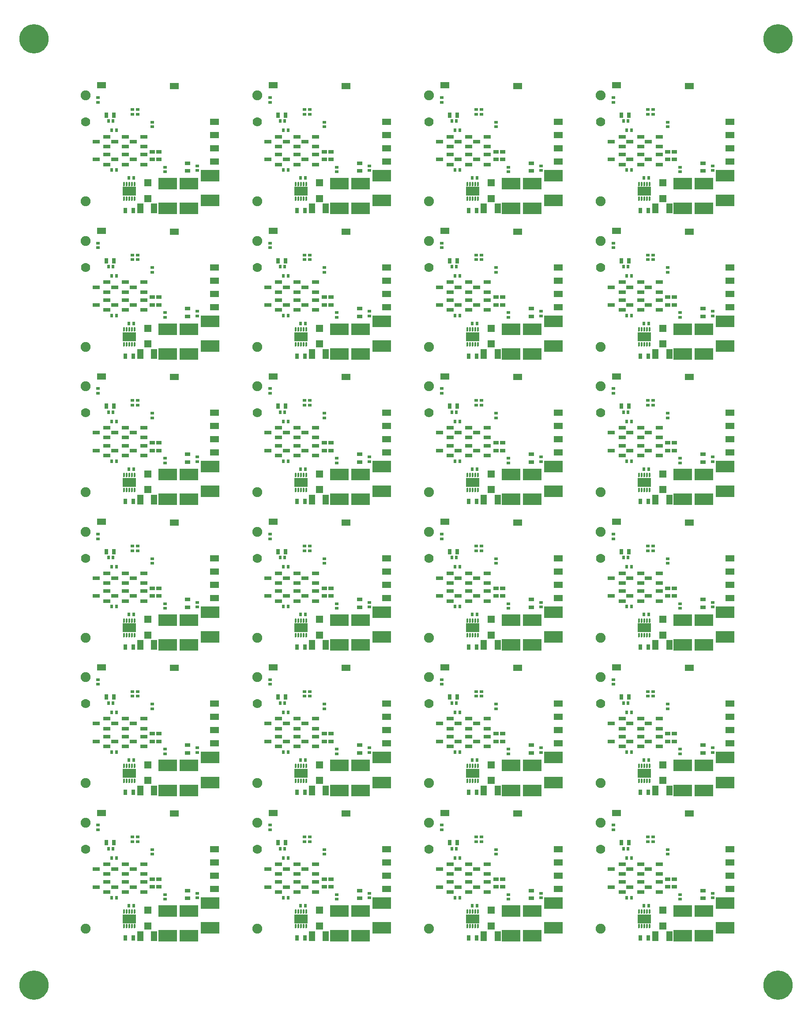
<source format=gbs>
G04 Layer_Color=16711935*
%FSLAX24Y24*%
%MOIN*%
G70*
G01*
G75*
%ADD56R,0.0296X0.0217*%
%ADD57R,0.0572X0.0296*%
%ADD58R,0.0257X0.0414*%
%ADD64R,0.0217X0.0296*%
%ADD65R,0.0414X0.0257*%
%ADD70C,0.2210*%
%ADD71C,0.0060*%
%ADD72C,0.0750*%
%ADD73C,0.0700*%
%ADD74R,0.0710X0.0460*%
%ADD75R,0.1399X0.0906*%
%ADD76R,0.0493X0.0729*%
%ADD77R,0.0572X0.0572*%
%ADD78R,0.0997X0.0710*%
%ADD79O,0.0158X0.0336*%
D56*
X14624Y11551D02*
D03*
Y11197D02*
D03*
X17074Y11297D02*
D03*
Y11651D02*
D03*
X13674Y14597D02*
D03*
Y14951D02*
D03*
X12174Y15901D02*
D03*
Y15547D02*
D03*
X12574D02*
D03*
Y15901D02*
D03*
X9574Y16801D02*
D03*
Y16447D02*
D03*
X27593Y11551D02*
D03*
Y11197D02*
D03*
X30043Y11297D02*
D03*
Y11651D02*
D03*
X26643Y14597D02*
D03*
Y14951D02*
D03*
X25143Y15901D02*
D03*
Y15547D02*
D03*
X25543D02*
D03*
Y15901D02*
D03*
X22543Y16801D02*
D03*
Y16447D02*
D03*
X40561Y11551D02*
D03*
Y11197D02*
D03*
X43011Y11297D02*
D03*
Y11651D02*
D03*
X39611Y14597D02*
D03*
Y14951D02*
D03*
X38111Y15901D02*
D03*
Y15547D02*
D03*
X38511D02*
D03*
Y15901D02*
D03*
X35511Y16801D02*
D03*
Y16447D02*
D03*
X53530Y11551D02*
D03*
Y11197D02*
D03*
X55980Y11297D02*
D03*
Y11651D02*
D03*
X52580Y14597D02*
D03*
Y14951D02*
D03*
X51080Y15901D02*
D03*
Y15547D02*
D03*
X51480D02*
D03*
Y15901D02*
D03*
X48480Y16801D02*
D03*
Y16447D02*
D03*
X14624Y22539D02*
D03*
Y22184D02*
D03*
X17074Y22284D02*
D03*
Y22639D02*
D03*
X13674Y25584D02*
D03*
Y25939D02*
D03*
X12174Y26889D02*
D03*
Y26534D02*
D03*
X12574D02*
D03*
Y26889D02*
D03*
X9574Y27789D02*
D03*
Y27434D02*
D03*
X27593Y22539D02*
D03*
Y22184D02*
D03*
X30043Y22284D02*
D03*
Y22639D02*
D03*
X26643Y25584D02*
D03*
Y25939D02*
D03*
X25143Y26889D02*
D03*
Y26534D02*
D03*
X25543D02*
D03*
Y26889D02*
D03*
X22543Y27789D02*
D03*
Y27434D02*
D03*
X40561Y22539D02*
D03*
Y22184D02*
D03*
X43011Y22284D02*
D03*
Y22639D02*
D03*
X39611Y25584D02*
D03*
Y25939D02*
D03*
X38111Y26889D02*
D03*
Y26534D02*
D03*
X38511D02*
D03*
Y26889D02*
D03*
X35511Y27789D02*
D03*
Y27434D02*
D03*
X53530Y22539D02*
D03*
Y22184D02*
D03*
X55980Y22284D02*
D03*
Y22639D02*
D03*
X52580Y25584D02*
D03*
Y25939D02*
D03*
X51080Y26889D02*
D03*
Y26534D02*
D03*
X51480D02*
D03*
Y26889D02*
D03*
X48480Y27789D02*
D03*
Y27434D02*
D03*
X14624Y33526D02*
D03*
Y33172D02*
D03*
X17074Y33272D02*
D03*
Y33626D02*
D03*
X13674Y36572D02*
D03*
Y36926D02*
D03*
X12174Y37876D02*
D03*
Y37522D02*
D03*
X12574D02*
D03*
Y37876D02*
D03*
X9574Y38776D02*
D03*
Y38422D02*
D03*
X27593Y33526D02*
D03*
Y33172D02*
D03*
X30043Y33272D02*
D03*
Y33626D02*
D03*
X26643Y36572D02*
D03*
Y36926D02*
D03*
X25143Y37876D02*
D03*
Y37522D02*
D03*
X25543D02*
D03*
Y37876D02*
D03*
X22543Y38776D02*
D03*
Y38422D02*
D03*
X40561Y33526D02*
D03*
Y33172D02*
D03*
X43011Y33272D02*
D03*
Y33626D02*
D03*
X39611Y36572D02*
D03*
Y36926D02*
D03*
X38111Y37876D02*
D03*
Y37522D02*
D03*
X38511D02*
D03*
Y37876D02*
D03*
X35511Y38776D02*
D03*
Y38422D02*
D03*
X53530Y33526D02*
D03*
Y33172D02*
D03*
X55980Y33272D02*
D03*
Y33626D02*
D03*
X52580Y36572D02*
D03*
Y36926D02*
D03*
X51080Y37876D02*
D03*
Y37522D02*
D03*
X51480D02*
D03*
Y37876D02*
D03*
X48480Y38776D02*
D03*
Y38422D02*
D03*
X14624Y44513D02*
D03*
Y44159D02*
D03*
X17074Y44259D02*
D03*
Y44613D02*
D03*
X13674Y47559D02*
D03*
Y47913D02*
D03*
X12174Y48863D02*
D03*
Y48509D02*
D03*
X12574D02*
D03*
Y48863D02*
D03*
X9574Y49763D02*
D03*
Y49409D02*
D03*
X27593Y44513D02*
D03*
Y44159D02*
D03*
X30043Y44259D02*
D03*
Y44613D02*
D03*
X26643Y47559D02*
D03*
Y47913D02*
D03*
X25143Y48863D02*
D03*
Y48509D02*
D03*
X25543D02*
D03*
Y48863D02*
D03*
X22543Y49763D02*
D03*
Y49409D02*
D03*
X40561Y44513D02*
D03*
Y44159D02*
D03*
X43011Y44259D02*
D03*
Y44613D02*
D03*
X39611Y47559D02*
D03*
Y47913D02*
D03*
X38111Y48863D02*
D03*
Y48509D02*
D03*
X38511D02*
D03*
Y48863D02*
D03*
X35511Y49763D02*
D03*
Y49409D02*
D03*
X53530Y44513D02*
D03*
Y44159D02*
D03*
X55980Y44259D02*
D03*
Y44613D02*
D03*
X52580Y47559D02*
D03*
Y47913D02*
D03*
X51080Y48863D02*
D03*
Y48509D02*
D03*
X51480D02*
D03*
Y48863D02*
D03*
X48480Y49763D02*
D03*
Y49409D02*
D03*
X14624Y55501D02*
D03*
Y55146D02*
D03*
X17074Y55246D02*
D03*
Y55601D02*
D03*
X13674Y58546D02*
D03*
Y58901D02*
D03*
X12174Y59851D02*
D03*
Y59496D02*
D03*
X12574D02*
D03*
Y59851D02*
D03*
X9574Y60751D02*
D03*
Y60396D02*
D03*
X27593Y55501D02*
D03*
Y55146D02*
D03*
X30043Y55246D02*
D03*
Y55601D02*
D03*
X26643Y58546D02*
D03*
Y58901D02*
D03*
X25143Y59851D02*
D03*
Y59496D02*
D03*
X25543D02*
D03*
Y59851D02*
D03*
X22543Y60751D02*
D03*
Y60396D02*
D03*
X40561Y55501D02*
D03*
Y55146D02*
D03*
X43011Y55246D02*
D03*
Y55601D02*
D03*
X39611Y58546D02*
D03*
Y58901D02*
D03*
X38111Y59851D02*
D03*
Y59496D02*
D03*
X38511D02*
D03*
Y59851D02*
D03*
X35511Y60751D02*
D03*
Y60396D02*
D03*
X53530Y55501D02*
D03*
Y55146D02*
D03*
X55980Y55246D02*
D03*
Y55601D02*
D03*
X52580Y58546D02*
D03*
Y58901D02*
D03*
X51080Y59851D02*
D03*
Y59496D02*
D03*
X51480D02*
D03*
Y59851D02*
D03*
X48480Y60751D02*
D03*
Y60396D02*
D03*
X14624Y66488D02*
D03*
Y66134D02*
D03*
X17074Y66234D02*
D03*
Y66588D02*
D03*
X13674Y69534D02*
D03*
Y69888D02*
D03*
X12174Y70838D02*
D03*
Y70484D02*
D03*
X12574D02*
D03*
Y70838D02*
D03*
X9574Y71738D02*
D03*
Y71384D02*
D03*
X27593Y66488D02*
D03*
Y66134D02*
D03*
X30043Y66234D02*
D03*
Y66588D02*
D03*
X26643Y69534D02*
D03*
Y69888D02*
D03*
X25143Y70838D02*
D03*
Y70484D02*
D03*
X25543D02*
D03*
Y70838D02*
D03*
X22543Y71738D02*
D03*
Y71384D02*
D03*
X40561Y66488D02*
D03*
Y66134D02*
D03*
X43011Y66234D02*
D03*
Y66588D02*
D03*
X39611Y69534D02*
D03*
Y69888D02*
D03*
X38111Y70838D02*
D03*
Y70484D02*
D03*
X38511D02*
D03*
Y70838D02*
D03*
X35511Y71738D02*
D03*
Y71384D02*
D03*
X53530Y66488D02*
D03*
Y66134D02*
D03*
X55980Y66234D02*
D03*
Y66588D02*
D03*
X52580Y69534D02*
D03*
Y69888D02*
D03*
X51080Y70838D02*
D03*
Y70484D02*
D03*
X51480D02*
D03*
Y70838D02*
D03*
X48480Y71738D02*
D03*
Y71384D02*
D03*
D57*
X10237Y12498D02*
D03*
Y11750D02*
D03*
X9411Y12124D02*
D03*
X10237Y13848D02*
D03*
Y13100D02*
D03*
X9411Y13474D02*
D03*
X11637Y13848D02*
D03*
Y13100D02*
D03*
X10811Y13474D02*
D03*
X11637Y12498D02*
D03*
Y11750D02*
D03*
X10811Y12124D02*
D03*
X13037Y13848D02*
D03*
Y13100D02*
D03*
X12211Y13474D02*
D03*
X13037Y12498D02*
D03*
Y11750D02*
D03*
X12211Y12124D02*
D03*
X23206Y12498D02*
D03*
Y11750D02*
D03*
X22379Y12124D02*
D03*
X23206Y13848D02*
D03*
Y13100D02*
D03*
X22379Y13474D02*
D03*
X24606Y13848D02*
D03*
Y13100D02*
D03*
X23779Y13474D02*
D03*
X24606Y12498D02*
D03*
Y11750D02*
D03*
X23779Y12124D02*
D03*
X26006Y13848D02*
D03*
Y13100D02*
D03*
X25179Y13474D02*
D03*
X26006Y12498D02*
D03*
Y11750D02*
D03*
X25179Y12124D02*
D03*
X36174Y12498D02*
D03*
Y11750D02*
D03*
X35348Y12124D02*
D03*
X36174Y13848D02*
D03*
Y13100D02*
D03*
X35348Y13474D02*
D03*
X37574Y13848D02*
D03*
Y13100D02*
D03*
X36748Y13474D02*
D03*
X37574Y12498D02*
D03*
Y11750D02*
D03*
X36748Y12124D02*
D03*
X38974Y13848D02*
D03*
Y13100D02*
D03*
X38148Y13474D02*
D03*
X38974Y12498D02*
D03*
Y11750D02*
D03*
X38148Y12124D02*
D03*
X49143Y12498D02*
D03*
Y11750D02*
D03*
X48316Y12124D02*
D03*
X49143Y13848D02*
D03*
Y13100D02*
D03*
X48316Y13474D02*
D03*
X50543Y13848D02*
D03*
Y13100D02*
D03*
X49716Y13474D02*
D03*
X50543Y12498D02*
D03*
Y11750D02*
D03*
X49716Y12124D02*
D03*
X51943Y13848D02*
D03*
Y13100D02*
D03*
X51116Y13474D02*
D03*
X51943Y12498D02*
D03*
Y11750D02*
D03*
X51116Y12124D02*
D03*
X10237Y23485D02*
D03*
Y22737D02*
D03*
X9411Y23111D02*
D03*
X10237Y24835D02*
D03*
Y24087D02*
D03*
X9411Y24461D02*
D03*
X11637Y24835D02*
D03*
Y24087D02*
D03*
X10811Y24461D02*
D03*
X11637Y23485D02*
D03*
Y22737D02*
D03*
X10811Y23111D02*
D03*
X13037Y24835D02*
D03*
Y24087D02*
D03*
X12211Y24461D02*
D03*
X13037Y23485D02*
D03*
Y22737D02*
D03*
X12211Y23111D02*
D03*
X23206Y23485D02*
D03*
Y22737D02*
D03*
X22379Y23111D02*
D03*
X23206Y24835D02*
D03*
Y24087D02*
D03*
X22379Y24461D02*
D03*
X24606Y24835D02*
D03*
Y24087D02*
D03*
X23779Y24461D02*
D03*
X24606Y23485D02*
D03*
Y22737D02*
D03*
X23779Y23111D02*
D03*
X26006Y24835D02*
D03*
Y24087D02*
D03*
X25179Y24461D02*
D03*
X26006Y23485D02*
D03*
Y22737D02*
D03*
X25179Y23111D02*
D03*
X36174Y23485D02*
D03*
Y22737D02*
D03*
X35348Y23111D02*
D03*
X36174Y24835D02*
D03*
Y24087D02*
D03*
X35348Y24461D02*
D03*
X37574Y24835D02*
D03*
Y24087D02*
D03*
X36748Y24461D02*
D03*
X37574Y23485D02*
D03*
Y22737D02*
D03*
X36748Y23111D02*
D03*
X38974Y24835D02*
D03*
Y24087D02*
D03*
X38148Y24461D02*
D03*
X38974Y23485D02*
D03*
Y22737D02*
D03*
X38148Y23111D02*
D03*
X49143Y23485D02*
D03*
Y22737D02*
D03*
X48316Y23111D02*
D03*
X49143Y24835D02*
D03*
Y24087D02*
D03*
X48316Y24461D02*
D03*
X50543Y24835D02*
D03*
Y24087D02*
D03*
X49716Y24461D02*
D03*
X50543Y23485D02*
D03*
Y22737D02*
D03*
X49716Y23111D02*
D03*
X51943Y24835D02*
D03*
Y24087D02*
D03*
X51116Y24461D02*
D03*
X51943Y23485D02*
D03*
Y22737D02*
D03*
X51116Y23111D02*
D03*
X10237Y34473D02*
D03*
Y33725D02*
D03*
X9411Y34099D02*
D03*
X10237Y35823D02*
D03*
Y35075D02*
D03*
X9411Y35449D02*
D03*
X11637Y35823D02*
D03*
Y35075D02*
D03*
X10811Y35449D02*
D03*
X11637Y34473D02*
D03*
Y33725D02*
D03*
X10811Y34099D02*
D03*
X13037Y35823D02*
D03*
Y35075D02*
D03*
X12211Y35449D02*
D03*
X13037Y34473D02*
D03*
Y33725D02*
D03*
X12211Y34099D02*
D03*
X23206Y34473D02*
D03*
Y33725D02*
D03*
X22379Y34099D02*
D03*
X23206Y35823D02*
D03*
Y35075D02*
D03*
X22379Y35449D02*
D03*
X24606Y35823D02*
D03*
Y35075D02*
D03*
X23779Y35449D02*
D03*
X24606Y34473D02*
D03*
Y33725D02*
D03*
X23779Y34099D02*
D03*
X26006Y35823D02*
D03*
Y35075D02*
D03*
X25179Y35449D02*
D03*
X26006Y34473D02*
D03*
Y33725D02*
D03*
X25179Y34099D02*
D03*
X36174Y34473D02*
D03*
Y33725D02*
D03*
X35348Y34099D02*
D03*
X36174Y35823D02*
D03*
Y35075D02*
D03*
X35348Y35449D02*
D03*
X37574Y35823D02*
D03*
Y35075D02*
D03*
X36748Y35449D02*
D03*
X37574Y34473D02*
D03*
Y33725D02*
D03*
X36748Y34099D02*
D03*
X38974Y35823D02*
D03*
Y35075D02*
D03*
X38148Y35449D02*
D03*
X38974Y34473D02*
D03*
Y33725D02*
D03*
X38148Y34099D02*
D03*
X49143Y34473D02*
D03*
Y33725D02*
D03*
X48316Y34099D02*
D03*
X49143Y35823D02*
D03*
Y35075D02*
D03*
X48316Y35449D02*
D03*
X50543Y35823D02*
D03*
Y35075D02*
D03*
X49716Y35449D02*
D03*
X50543Y34473D02*
D03*
Y33725D02*
D03*
X49716Y34099D02*
D03*
X51943Y35823D02*
D03*
Y35075D02*
D03*
X51116Y35449D02*
D03*
X51943Y34473D02*
D03*
Y33725D02*
D03*
X51116Y34099D02*
D03*
X10237Y45460D02*
D03*
Y44712D02*
D03*
X9411Y45086D02*
D03*
X10237Y46810D02*
D03*
Y46062D02*
D03*
X9411Y46436D02*
D03*
X11637Y46810D02*
D03*
Y46062D02*
D03*
X10811Y46436D02*
D03*
X11637Y45460D02*
D03*
Y44712D02*
D03*
X10811Y45086D02*
D03*
X13037Y46810D02*
D03*
Y46062D02*
D03*
X12211Y46436D02*
D03*
X13037Y45460D02*
D03*
Y44712D02*
D03*
X12211Y45086D02*
D03*
X23206Y45460D02*
D03*
Y44712D02*
D03*
X22379Y45086D02*
D03*
X23206Y46810D02*
D03*
Y46062D02*
D03*
X22379Y46436D02*
D03*
X24606Y46810D02*
D03*
Y46062D02*
D03*
X23779Y46436D02*
D03*
X24606Y45460D02*
D03*
Y44712D02*
D03*
X23779Y45086D02*
D03*
X26006Y46810D02*
D03*
Y46062D02*
D03*
X25179Y46436D02*
D03*
X26006Y45460D02*
D03*
Y44712D02*
D03*
X25179Y45086D02*
D03*
X36174Y45460D02*
D03*
Y44712D02*
D03*
X35348Y45086D02*
D03*
X36174Y46810D02*
D03*
Y46062D02*
D03*
X35348Y46436D02*
D03*
X37574Y46810D02*
D03*
Y46062D02*
D03*
X36748Y46436D02*
D03*
X37574Y45460D02*
D03*
Y44712D02*
D03*
X36748Y45086D02*
D03*
X38974Y46810D02*
D03*
Y46062D02*
D03*
X38148Y46436D02*
D03*
X38974Y45460D02*
D03*
Y44712D02*
D03*
X38148Y45086D02*
D03*
X49143Y45460D02*
D03*
Y44712D02*
D03*
X48316Y45086D02*
D03*
X49143Y46810D02*
D03*
Y46062D02*
D03*
X48316Y46436D02*
D03*
X50543Y46810D02*
D03*
Y46062D02*
D03*
X49716Y46436D02*
D03*
X50543Y45460D02*
D03*
Y44712D02*
D03*
X49716Y45086D02*
D03*
X51943Y46810D02*
D03*
Y46062D02*
D03*
X51116Y46436D02*
D03*
X51943Y45460D02*
D03*
Y44712D02*
D03*
X51116Y45086D02*
D03*
X10237Y56448D02*
D03*
Y55700D02*
D03*
X9411Y56074D02*
D03*
X10237Y57798D02*
D03*
Y57050D02*
D03*
X9411Y57424D02*
D03*
X11637Y57798D02*
D03*
Y57050D02*
D03*
X10811Y57424D02*
D03*
X11637Y56448D02*
D03*
Y55700D02*
D03*
X10811Y56074D02*
D03*
X13037Y57798D02*
D03*
Y57050D02*
D03*
X12211Y57424D02*
D03*
X13037Y56448D02*
D03*
Y55700D02*
D03*
X12211Y56074D02*
D03*
X23206Y56448D02*
D03*
Y55700D02*
D03*
X22379Y56074D02*
D03*
X23206Y57798D02*
D03*
Y57050D02*
D03*
X22379Y57424D02*
D03*
X24606Y57798D02*
D03*
Y57050D02*
D03*
X23779Y57424D02*
D03*
X24606Y56448D02*
D03*
Y55700D02*
D03*
X23779Y56074D02*
D03*
X26006Y57798D02*
D03*
Y57050D02*
D03*
X25179Y57424D02*
D03*
X26006Y56448D02*
D03*
Y55700D02*
D03*
X25179Y56074D02*
D03*
X36174Y56448D02*
D03*
Y55700D02*
D03*
X35348Y56074D02*
D03*
X36174Y57798D02*
D03*
Y57050D02*
D03*
X35348Y57424D02*
D03*
X37574Y57798D02*
D03*
Y57050D02*
D03*
X36748Y57424D02*
D03*
X37574Y56448D02*
D03*
Y55700D02*
D03*
X36748Y56074D02*
D03*
X38974Y57798D02*
D03*
Y57050D02*
D03*
X38148Y57424D02*
D03*
X38974Y56448D02*
D03*
Y55700D02*
D03*
X38148Y56074D02*
D03*
X49143Y56448D02*
D03*
Y55700D02*
D03*
X48316Y56074D02*
D03*
X49143Y57798D02*
D03*
Y57050D02*
D03*
X48316Y57424D02*
D03*
X50543Y57798D02*
D03*
Y57050D02*
D03*
X49716Y57424D02*
D03*
X50543Y56448D02*
D03*
Y55700D02*
D03*
X49716Y56074D02*
D03*
X51943Y57798D02*
D03*
Y57050D02*
D03*
X51116Y57424D02*
D03*
X51943Y56448D02*
D03*
Y55700D02*
D03*
X51116Y56074D02*
D03*
X10237Y67435D02*
D03*
Y66687D02*
D03*
X9411Y67061D02*
D03*
X10237Y68785D02*
D03*
Y68037D02*
D03*
X9411Y68411D02*
D03*
X11637Y68785D02*
D03*
Y68037D02*
D03*
X10811Y68411D02*
D03*
X11637Y67435D02*
D03*
Y66687D02*
D03*
X10811Y67061D02*
D03*
X13037Y68785D02*
D03*
Y68037D02*
D03*
X12211Y68411D02*
D03*
X13037Y67435D02*
D03*
Y66687D02*
D03*
X12211Y67061D02*
D03*
X23206Y67435D02*
D03*
Y66687D02*
D03*
X22379Y67061D02*
D03*
X23206Y68785D02*
D03*
Y68037D02*
D03*
X22379Y68411D02*
D03*
X24606Y68785D02*
D03*
Y68037D02*
D03*
X23779Y68411D02*
D03*
X24606Y67435D02*
D03*
Y66687D02*
D03*
X23779Y67061D02*
D03*
X26006Y68785D02*
D03*
Y68037D02*
D03*
X25179Y68411D02*
D03*
X26006Y67435D02*
D03*
Y66687D02*
D03*
X25179Y67061D02*
D03*
X36174Y67435D02*
D03*
Y66687D02*
D03*
X35348Y67061D02*
D03*
X36174Y68785D02*
D03*
Y68037D02*
D03*
X35348Y68411D02*
D03*
X37574Y68785D02*
D03*
Y68037D02*
D03*
X36748Y68411D02*
D03*
X37574Y67435D02*
D03*
Y66687D02*
D03*
X36748Y67061D02*
D03*
X38974Y68785D02*
D03*
Y68037D02*
D03*
X38148Y68411D02*
D03*
X38974Y67435D02*
D03*
Y66687D02*
D03*
X38148Y67061D02*
D03*
X49143Y67435D02*
D03*
Y66687D02*
D03*
X48316Y67061D02*
D03*
X49143Y68785D02*
D03*
Y68037D02*
D03*
X48316Y68411D02*
D03*
X50543Y68785D02*
D03*
Y68037D02*
D03*
X49716Y68411D02*
D03*
X50543Y67435D02*
D03*
Y66687D02*
D03*
X49716Y67061D02*
D03*
X51943Y68785D02*
D03*
Y68037D02*
D03*
X51116Y68411D02*
D03*
X51943Y67435D02*
D03*
Y66687D02*
D03*
X51116Y67061D02*
D03*
D58*
X10179Y15474D02*
D03*
X10769D02*
D03*
X11629Y8274D02*
D03*
X12219D02*
D03*
X23147Y15474D02*
D03*
X23738D02*
D03*
X24597Y8274D02*
D03*
X25188D02*
D03*
X36116Y15474D02*
D03*
X36706D02*
D03*
X37566Y8274D02*
D03*
X38156D02*
D03*
X49084Y15474D02*
D03*
X49675D02*
D03*
X50534Y8274D02*
D03*
X51125D02*
D03*
X10179Y26461D02*
D03*
X10769D02*
D03*
X11629Y19261D02*
D03*
X12219D02*
D03*
X23147Y26461D02*
D03*
X23738D02*
D03*
X24597Y19261D02*
D03*
X25188D02*
D03*
X36116Y26461D02*
D03*
X36706D02*
D03*
X37566Y19261D02*
D03*
X38156D02*
D03*
X49084Y26461D02*
D03*
X49675D02*
D03*
X50534Y19261D02*
D03*
X51125D02*
D03*
X10179Y37449D02*
D03*
X10769D02*
D03*
X11629Y30249D02*
D03*
X12219D02*
D03*
X23147Y37449D02*
D03*
X23738D02*
D03*
X24597Y30249D02*
D03*
X25188D02*
D03*
X36116Y37449D02*
D03*
X36706D02*
D03*
X37566Y30249D02*
D03*
X38156D02*
D03*
X49084Y37449D02*
D03*
X49675D02*
D03*
X50534Y30249D02*
D03*
X51125D02*
D03*
X10179Y48436D02*
D03*
X10769D02*
D03*
X11629Y41236D02*
D03*
X12219D02*
D03*
X23147Y48436D02*
D03*
X23738D02*
D03*
X24597Y41236D02*
D03*
X25188D02*
D03*
X36116Y48436D02*
D03*
X36706D02*
D03*
X37566Y41236D02*
D03*
X38156D02*
D03*
X49084Y48436D02*
D03*
X49675D02*
D03*
X50534Y41236D02*
D03*
X51125D02*
D03*
X10179Y59424D02*
D03*
X10769D02*
D03*
X11629Y52224D02*
D03*
X12219D02*
D03*
X23147Y59424D02*
D03*
X23738D02*
D03*
X24597Y52224D02*
D03*
X25188D02*
D03*
X36116Y59424D02*
D03*
X36706D02*
D03*
X37566Y52224D02*
D03*
X38156D02*
D03*
X49084Y59424D02*
D03*
X49675D02*
D03*
X50534Y52224D02*
D03*
X51125D02*
D03*
X10179Y70411D02*
D03*
X10769D02*
D03*
X11629Y63211D02*
D03*
X12219D02*
D03*
X23147Y70411D02*
D03*
X23738D02*
D03*
X24597Y63211D02*
D03*
X25188D02*
D03*
X36116Y70411D02*
D03*
X36706D02*
D03*
X37566Y63211D02*
D03*
X38156D02*
D03*
X49084Y70411D02*
D03*
X49675D02*
D03*
X50534Y63211D02*
D03*
X51125D02*
D03*
D64*
X12251Y10724D02*
D03*
X11897D02*
D03*
X10701Y15024D02*
D03*
X10347D02*
D03*
X10951Y11324D02*
D03*
X10597D02*
D03*
Y14324D02*
D03*
X10951D02*
D03*
X25220Y10724D02*
D03*
X24865D02*
D03*
X23670Y15024D02*
D03*
X23315D02*
D03*
X23920Y11324D02*
D03*
X23565D02*
D03*
Y14324D02*
D03*
X23920D02*
D03*
X38188Y10724D02*
D03*
X37834D02*
D03*
X36638Y15024D02*
D03*
X36284D02*
D03*
X36888Y11324D02*
D03*
X36534D02*
D03*
Y14324D02*
D03*
X36888D02*
D03*
X51157Y10724D02*
D03*
X50802D02*
D03*
X49607Y15024D02*
D03*
X49252D02*
D03*
X49857Y11324D02*
D03*
X49502D02*
D03*
Y14324D02*
D03*
X49857D02*
D03*
X12251Y21711D02*
D03*
X11897D02*
D03*
X10701Y26011D02*
D03*
X10347D02*
D03*
X10951Y22311D02*
D03*
X10597D02*
D03*
Y25311D02*
D03*
X10951D02*
D03*
X25220Y21711D02*
D03*
X24865D02*
D03*
X23670Y26011D02*
D03*
X23315D02*
D03*
X23920Y22311D02*
D03*
X23565D02*
D03*
Y25311D02*
D03*
X23920D02*
D03*
X38188Y21711D02*
D03*
X37834D02*
D03*
X36638Y26011D02*
D03*
X36284D02*
D03*
X36888Y22311D02*
D03*
X36534D02*
D03*
Y25311D02*
D03*
X36888D02*
D03*
X51157Y21711D02*
D03*
X50802D02*
D03*
X49607Y26011D02*
D03*
X49252D02*
D03*
X49857Y22311D02*
D03*
X49502D02*
D03*
Y25311D02*
D03*
X49857D02*
D03*
X12251Y32699D02*
D03*
X11897D02*
D03*
X10701Y36999D02*
D03*
X10347D02*
D03*
X10951Y33299D02*
D03*
X10597D02*
D03*
Y36299D02*
D03*
X10951D02*
D03*
X25220Y32699D02*
D03*
X24865D02*
D03*
X23670Y36999D02*
D03*
X23315D02*
D03*
X23920Y33299D02*
D03*
X23565D02*
D03*
Y36299D02*
D03*
X23920D02*
D03*
X38188Y32699D02*
D03*
X37834D02*
D03*
X36638Y36999D02*
D03*
X36284D02*
D03*
X36888Y33299D02*
D03*
X36534D02*
D03*
Y36299D02*
D03*
X36888D02*
D03*
X51157Y32699D02*
D03*
X50802D02*
D03*
X49607Y36999D02*
D03*
X49252D02*
D03*
X49857Y33299D02*
D03*
X49502D02*
D03*
Y36299D02*
D03*
X49857D02*
D03*
X12251Y43686D02*
D03*
X11897D02*
D03*
X10701Y47986D02*
D03*
X10347D02*
D03*
X10951Y44286D02*
D03*
X10597D02*
D03*
Y47286D02*
D03*
X10951D02*
D03*
X25220Y43686D02*
D03*
X24865D02*
D03*
X23670Y47986D02*
D03*
X23315D02*
D03*
X23920Y44286D02*
D03*
X23565D02*
D03*
Y47286D02*
D03*
X23920D02*
D03*
X38188Y43686D02*
D03*
X37834D02*
D03*
X36638Y47986D02*
D03*
X36284D02*
D03*
X36888Y44286D02*
D03*
X36534D02*
D03*
Y47286D02*
D03*
X36888D02*
D03*
X51157Y43686D02*
D03*
X50802D02*
D03*
X49607Y47986D02*
D03*
X49252D02*
D03*
X49857Y44286D02*
D03*
X49502D02*
D03*
Y47286D02*
D03*
X49857D02*
D03*
X12251Y54674D02*
D03*
X11897D02*
D03*
X10701Y58974D02*
D03*
X10347D02*
D03*
X10951Y55274D02*
D03*
X10597D02*
D03*
Y58274D02*
D03*
X10951D02*
D03*
X25220Y54674D02*
D03*
X24865D02*
D03*
X23670Y58974D02*
D03*
X23315D02*
D03*
X23920Y55274D02*
D03*
X23565D02*
D03*
Y58274D02*
D03*
X23920D02*
D03*
X38188Y54674D02*
D03*
X37834D02*
D03*
X36638Y58974D02*
D03*
X36284D02*
D03*
X36888Y55274D02*
D03*
X36534D02*
D03*
Y58274D02*
D03*
X36888D02*
D03*
X51157Y54674D02*
D03*
X50802D02*
D03*
X49607Y58974D02*
D03*
X49252D02*
D03*
X49857Y55274D02*
D03*
X49502D02*
D03*
Y58274D02*
D03*
X49857D02*
D03*
X12251Y65661D02*
D03*
X11897D02*
D03*
X10701Y69961D02*
D03*
X10347D02*
D03*
X10951Y66261D02*
D03*
X10597D02*
D03*
Y69261D02*
D03*
X10951D02*
D03*
X25220Y65661D02*
D03*
X24865D02*
D03*
X23670Y69961D02*
D03*
X23315D02*
D03*
X23920Y66261D02*
D03*
X23565D02*
D03*
Y69261D02*
D03*
X23920D02*
D03*
X38188Y65661D02*
D03*
X37834D02*
D03*
X36638Y69961D02*
D03*
X36284D02*
D03*
X36888Y66261D02*
D03*
X36534D02*
D03*
Y69261D02*
D03*
X36888D02*
D03*
X51157Y65661D02*
D03*
X50802D02*
D03*
X49607Y69961D02*
D03*
X49252D02*
D03*
X49857Y66261D02*
D03*
X49502D02*
D03*
Y69261D02*
D03*
X49857D02*
D03*
D65*
X16340Y11853D02*
D03*
Y11263D02*
D03*
X14174Y12719D02*
D03*
Y12129D02*
D03*
X13674Y12719D02*
D03*
Y12129D02*
D03*
X29309Y11853D02*
D03*
Y11263D02*
D03*
X27143Y12719D02*
D03*
Y12129D02*
D03*
X26643Y12719D02*
D03*
Y12129D02*
D03*
X42277Y11853D02*
D03*
Y11263D02*
D03*
X40111Y12719D02*
D03*
Y12129D02*
D03*
X39611Y12719D02*
D03*
Y12129D02*
D03*
X55246Y11853D02*
D03*
Y11263D02*
D03*
X53080Y12719D02*
D03*
Y12129D02*
D03*
X52580Y12719D02*
D03*
Y12129D02*
D03*
X16340Y22841D02*
D03*
Y22250D02*
D03*
X14174Y23707D02*
D03*
Y23116D02*
D03*
X13674Y23707D02*
D03*
Y23116D02*
D03*
X29309Y22841D02*
D03*
Y22250D02*
D03*
X27143Y23707D02*
D03*
Y23116D02*
D03*
X26643Y23707D02*
D03*
Y23116D02*
D03*
X42277Y22841D02*
D03*
Y22250D02*
D03*
X40111Y23707D02*
D03*
Y23116D02*
D03*
X39611Y23707D02*
D03*
Y23116D02*
D03*
X55246Y22841D02*
D03*
Y22250D02*
D03*
X53080Y23707D02*
D03*
Y23116D02*
D03*
X52580Y23707D02*
D03*
Y23116D02*
D03*
X16340Y33828D02*
D03*
Y33237D02*
D03*
X14174Y34694D02*
D03*
Y34104D02*
D03*
X13674Y34694D02*
D03*
Y34104D02*
D03*
X29309Y33828D02*
D03*
Y33237D02*
D03*
X27143Y34694D02*
D03*
Y34104D02*
D03*
X26643Y34694D02*
D03*
Y34104D02*
D03*
X42277Y33828D02*
D03*
Y33237D02*
D03*
X40111Y34694D02*
D03*
Y34104D02*
D03*
X39611Y34694D02*
D03*
Y34104D02*
D03*
X55246Y33828D02*
D03*
Y33237D02*
D03*
X53080Y34694D02*
D03*
Y34104D02*
D03*
X52580Y34694D02*
D03*
Y34104D02*
D03*
X16340Y44815D02*
D03*
Y44225D02*
D03*
X14174Y45682D02*
D03*
Y45091D02*
D03*
X13674Y45682D02*
D03*
Y45091D02*
D03*
X29309Y44815D02*
D03*
Y44225D02*
D03*
X27143Y45682D02*
D03*
Y45091D02*
D03*
X26643Y45682D02*
D03*
Y45091D02*
D03*
X42277Y44815D02*
D03*
Y44225D02*
D03*
X40111Y45682D02*
D03*
Y45091D02*
D03*
X39611Y45682D02*
D03*
Y45091D02*
D03*
X55246Y44815D02*
D03*
Y44225D02*
D03*
X53080Y45682D02*
D03*
Y45091D02*
D03*
X52580Y45682D02*
D03*
Y45091D02*
D03*
X16340Y55803D02*
D03*
Y55212D02*
D03*
X14174Y56669D02*
D03*
Y56078D02*
D03*
X13674Y56669D02*
D03*
Y56078D02*
D03*
X29309Y55803D02*
D03*
Y55212D02*
D03*
X27143Y56669D02*
D03*
Y56078D02*
D03*
X26643Y56669D02*
D03*
Y56078D02*
D03*
X42277Y55803D02*
D03*
Y55212D02*
D03*
X40111Y56669D02*
D03*
Y56078D02*
D03*
X39611Y56669D02*
D03*
Y56078D02*
D03*
X55246Y55803D02*
D03*
Y55212D02*
D03*
X53080Y56669D02*
D03*
Y56078D02*
D03*
X52580Y56669D02*
D03*
Y56078D02*
D03*
X16340Y66790D02*
D03*
Y66200D02*
D03*
X14174Y67656D02*
D03*
Y67066D02*
D03*
X13674Y67656D02*
D03*
Y67066D02*
D03*
X29309Y66790D02*
D03*
Y66200D02*
D03*
X27143Y67656D02*
D03*
Y67066D02*
D03*
X26643Y67656D02*
D03*
Y67066D02*
D03*
X42277Y66790D02*
D03*
Y66200D02*
D03*
X40111Y67656D02*
D03*
Y67066D02*
D03*
X39611Y67656D02*
D03*
Y67066D02*
D03*
X55246Y66790D02*
D03*
Y66200D02*
D03*
X53080Y67656D02*
D03*
Y67066D02*
D03*
X52580Y67656D02*
D03*
Y67066D02*
D03*
D70*
X4724Y4724D02*
D03*
X60929D02*
D03*
Y76161D02*
D03*
X4724D02*
D03*
D71*
X10674Y9974D02*
D03*
X16274Y16874D02*
D03*
X23643Y9974D02*
D03*
X29243Y16874D02*
D03*
X36611Y9974D02*
D03*
X42211Y16874D02*
D03*
X49580Y9974D02*
D03*
X55180Y16874D02*
D03*
X10674Y20961D02*
D03*
X16274Y27861D02*
D03*
X23643Y20961D02*
D03*
X29243Y27861D02*
D03*
X36611Y20961D02*
D03*
X42211Y27861D02*
D03*
X49580Y20961D02*
D03*
X55180Y27861D02*
D03*
X10674Y31949D02*
D03*
X16274Y38849D02*
D03*
X23643Y31949D02*
D03*
X29243Y38849D02*
D03*
X36611Y31949D02*
D03*
X42211Y38849D02*
D03*
X49580Y31949D02*
D03*
X55180Y38849D02*
D03*
X10674Y42936D02*
D03*
X16274Y49836D02*
D03*
X23643Y42936D02*
D03*
X29243Y49836D02*
D03*
X36611Y42936D02*
D03*
X42211Y49836D02*
D03*
X49580Y42936D02*
D03*
X55180Y49836D02*
D03*
X10674Y53924D02*
D03*
X16274Y60824D02*
D03*
X23643Y53924D02*
D03*
X29243Y60824D02*
D03*
X36611Y53924D02*
D03*
X42211Y60824D02*
D03*
X49580Y53924D02*
D03*
X55180Y60824D02*
D03*
X10674Y64911D02*
D03*
X16274Y71811D02*
D03*
X23643Y64911D02*
D03*
X29243Y71811D02*
D03*
X36611Y64911D02*
D03*
X42211Y71811D02*
D03*
X49580Y64911D02*
D03*
X55180Y71811D02*
D03*
D72*
X8624Y16974D02*
D03*
Y8974D02*
D03*
X21593Y16974D02*
D03*
Y8974D02*
D03*
X34561Y16974D02*
D03*
Y8974D02*
D03*
X47530Y16974D02*
D03*
Y8974D02*
D03*
X8624Y27961D02*
D03*
Y19961D02*
D03*
X21593Y27961D02*
D03*
Y19961D02*
D03*
X34561Y27961D02*
D03*
Y19961D02*
D03*
X47530Y27961D02*
D03*
Y19961D02*
D03*
X8624Y38949D02*
D03*
Y30949D02*
D03*
X21593Y38949D02*
D03*
Y30949D02*
D03*
X34561Y38949D02*
D03*
Y30949D02*
D03*
X47530Y38949D02*
D03*
Y30949D02*
D03*
X8624Y49936D02*
D03*
Y41936D02*
D03*
X21593Y49936D02*
D03*
Y41936D02*
D03*
X34561Y49936D02*
D03*
Y41936D02*
D03*
X47530Y49936D02*
D03*
Y41936D02*
D03*
X8624Y60924D02*
D03*
Y52924D02*
D03*
X21593Y60924D02*
D03*
Y52924D02*
D03*
X34561Y60924D02*
D03*
Y52924D02*
D03*
X47530Y60924D02*
D03*
Y52924D02*
D03*
X8624Y71911D02*
D03*
Y63911D02*
D03*
X21593Y71911D02*
D03*
Y63911D02*
D03*
X34561Y71911D02*
D03*
Y63911D02*
D03*
X47530Y71911D02*
D03*
Y63911D02*
D03*
D73*
X8624Y14974D02*
D03*
X21593D02*
D03*
X34561D02*
D03*
X47530D02*
D03*
X8624Y25961D02*
D03*
X21593D02*
D03*
X34561D02*
D03*
X47530D02*
D03*
X8624Y36949D02*
D03*
X21593D02*
D03*
X34561D02*
D03*
X47530D02*
D03*
X8624Y47936D02*
D03*
X21593D02*
D03*
X34561D02*
D03*
X47530D02*
D03*
X8624Y58924D02*
D03*
X21593D02*
D03*
X34561D02*
D03*
X47530D02*
D03*
X8624Y69911D02*
D03*
X21593D02*
D03*
X34561D02*
D03*
X47530D02*
D03*
D74*
X18374Y11974D02*
D03*
Y12974D02*
D03*
Y14974D02*
D03*
Y13974D02*
D03*
X15324Y17674D02*
D03*
X9824Y17724D02*
D03*
X31343Y11974D02*
D03*
Y12974D02*
D03*
Y14974D02*
D03*
Y13974D02*
D03*
X28293Y17674D02*
D03*
X22793Y17724D02*
D03*
X44311Y11974D02*
D03*
Y12974D02*
D03*
Y14974D02*
D03*
Y13974D02*
D03*
X41261Y17674D02*
D03*
X35761Y17724D02*
D03*
X57280Y11974D02*
D03*
Y12974D02*
D03*
Y14974D02*
D03*
Y13974D02*
D03*
X54230Y17674D02*
D03*
X48730Y17724D02*
D03*
X18374Y22961D02*
D03*
Y23961D02*
D03*
Y25961D02*
D03*
Y24961D02*
D03*
X15324Y28661D02*
D03*
X9824Y28711D02*
D03*
X31343Y22961D02*
D03*
Y23961D02*
D03*
Y25961D02*
D03*
Y24961D02*
D03*
X28293Y28661D02*
D03*
X22793Y28711D02*
D03*
X44311Y22961D02*
D03*
Y23961D02*
D03*
Y25961D02*
D03*
Y24961D02*
D03*
X41261Y28661D02*
D03*
X35761Y28711D02*
D03*
X57280Y22961D02*
D03*
Y23961D02*
D03*
Y25961D02*
D03*
Y24961D02*
D03*
X54230Y28661D02*
D03*
X48730Y28711D02*
D03*
X18374Y33949D02*
D03*
Y34949D02*
D03*
Y36949D02*
D03*
Y35949D02*
D03*
X15324Y39649D02*
D03*
X9824Y39699D02*
D03*
X31343Y33949D02*
D03*
Y34949D02*
D03*
Y36949D02*
D03*
Y35949D02*
D03*
X28293Y39649D02*
D03*
X22793Y39699D02*
D03*
X44311Y33949D02*
D03*
Y34949D02*
D03*
Y36949D02*
D03*
Y35949D02*
D03*
X41261Y39649D02*
D03*
X35761Y39699D02*
D03*
X57280Y33949D02*
D03*
Y34949D02*
D03*
Y36949D02*
D03*
Y35949D02*
D03*
X54230Y39649D02*
D03*
X48730Y39699D02*
D03*
X18374Y44936D02*
D03*
Y45936D02*
D03*
Y47936D02*
D03*
Y46936D02*
D03*
X15324Y50636D02*
D03*
X9824Y50686D02*
D03*
X31343Y44936D02*
D03*
Y45936D02*
D03*
Y47936D02*
D03*
Y46936D02*
D03*
X28293Y50636D02*
D03*
X22793Y50686D02*
D03*
X44311Y44936D02*
D03*
Y45936D02*
D03*
Y47936D02*
D03*
Y46936D02*
D03*
X41261Y50636D02*
D03*
X35761Y50686D02*
D03*
X57280Y44936D02*
D03*
Y45936D02*
D03*
Y47936D02*
D03*
Y46936D02*
D03*
X54230Y50636D02*
D03*
X48730Y50686D02*
D03*
X18374Y55924D02*
D03*
Y56924D02*
D03*
Y58924D02*
D03*
Y57924D02*
D03*
X15324Y61624D02*
D03*
X9824Y61674D02*
D03*
X31343Y55924D02*
D03*
Y56924D02*
D03*
Y58924D02*
D03*
Y57924D02*
D03*
X28293Y61624D02*
D03*
X22793Y61674D02*
D03*
X44311Y55924D02*
D03*
Y56924D02*
D03*
Y58924D02*
D03*
Y57924D02*
D03*
X41261Y61624D02*
D03*
X35761Y61674D02*
D03*
X57280Y55924D02*
D03*
Y56924D02*
D03*
Y58924D02*
D03*
Y57924D02*
D03*
X54230Y61624D02*
D03*
X48730Y61674D02*
D03*
X18374Y66911D02*
D03*
Y67911D02*
D03*
Y69911D02*
D03*
Y68911D02*
D03*
X15324Y72611D02*
D03*
X9824Y72661D02*
D03*
X31343Y66911D02*
D03*
Y67911D02*
D03*
Y69911D02*
D03*
Y68911D02*
D03*
X28293Y72611D02*
D03*
X22793Y72661D02*
D03*
X44311Y66911D02*
D03*
Y67911D02*
D03*
Y69911D02*
D03*
Y68911D02*
D03*
X41261Y72611D02*
D03*
X35761Y72661D02*
D03*
X57280Y66911D02*
D03*
Y67911D02*
D03*
Y69911D02*
D03*
Y68911D02*
D03*
X54230Y72611D02*
D03*
X48730Y72661D02*
D03*
D75*
X18024Y9039D02*
D03*
Y10909D02*
D03*
X16424Y10309D02*
D03*
Y8439D02*
D03*
X14824Y10309D02*
D03*
Y8439D02*
D03*
X30993Y9039D02*
D03*
Y10909D02*
D03*
X29393Y10309D02*
D03*
Y8439D02*
D03*
X27793Y10309D02*
D03*
Y8439D02*
D03*
X43961Y9039D02*
D03*
Y10909D02*
D03*
X42361Y10309D02*
D03*
Y8439D02*
D03*
X40761Y10309D02*
D03*
Y8439D02*
D03*
X56930Y9039D02*
D03*
Y10909D02*
D03*
X55330Y10309D02*
D03*
Y8439D02*
D03*
X53730Y10309D02*
D03*
Y8439D02*
D03*
X18024Y20026D02*
D03*
Y21896D02*
D03*
X16424Y21296D02*
D03*
Y19426D02*
D03*
X14824Y21296D02*
D03*
Y19426D02*
D03*
X30993Y20026D02*
D03*
Y21896D02*
D03*
X29393Y21296D02*
D03*
Y19426D02*
D03*
X27793Y21296D02*
D03*
Y19426D02*
D03*
X43961Y20026D02*
D03*
Y21896D02*
D03*
X42361Y21296D02*
D03*
Y19426D02*
D03*
X40761Y21296D02*
D03*
Y19426D02*
D03*
X56930Y20026D02*
D03*
Y21896D02*
D03*
X55330Y21296D02*
D03*
Y19426D02*
D03*
X53730Y21296D02*
D03*
Y19426D02*
D03*
X18024Y31014D02*
D03*
Y32884D02*
D03*
X16424Y32284D02*
D03*
Y30414D02*
D03*
X14824Y32284D02*
D03*
Y30414D02*
D03*
X30993Y31014D02*
D03*
Y32884D02*
D03*
X29393Y32284D02*
D03*
Y30414D02*
D03*
X27793Y32284D02*
D03*
Y30414D02*
D03*
X43961Y31014D02*
D03*
Y32884D02*
D03*
X42361Y32284D02*
D03*
Y30414D02*
D03*
X40761Y32284D02*
D03*
Y30414D02*
D03*
X56930Y31014D02*
D03*
Y32884D02*
D03*
X55330Y32284D02*
D03*
Y30414D02*
D03*
X53730Y32284D02*
D03*
Y30414D02*
D03*
X18024Y42001D02*
D03*
Y43871D02*
D03*
X16424Y43271D02*
D03*
Y41401D02*
D03*
X14824Y43271D02*
D03*
Y41401D02*
D03*
X30993Y42001D02*
D03*
Y43871D02*
D03*
X29393Y43271D02*
D03*
Y41401D02*
D03*
X27793Y43271D02*
D03*
Y41401D02*
D03*
X43961Y42001D02*
D03*
Y43871D02*
D03*
X42361Y43271D02*
D03*
Y41401D02*
D03*
X40761Y43271D02*
D03*
Y41401D02*
D03*
X56930Y42001D02*
D03*
Y43871D02*
D03*
X55330Y43271D02*
D03*
Y41401D02*
D03*
X53730Y43271D02*
D03*
Y41401D02*
D03*
X18024Y52989D02*
D03*
Y54859D02*
D03*
X16424Y54259D02*
D03*
Y52389D02*
D03*
X14824Y54259D02*
D03*
Y52389D02*
D03*
X30993Y52989D02*
D03*
Y54859D02*
D03*
X29393Y54259D02*
D03*
Y52389D02*
D03*
X27793Y54259D02*
D03*
Y52389D02*
D03*
X43961Y52989D02*
D03*
Y54859D02*
D03*
X42361Y54259D02*
D03*
Y52389D02*
D03*
X40761Y54259D02*
D03*
Y52389D02*
D03*
X56930Y52989D02*
D03*
Y54859D02*
D03*
X55330Y54259D02*
D03*
Y52389D02*
D03*
X53730Y54259D02*
D03*
Y52389D02*
D03*
X18024Y63976D02*
D03*
Y65846D02*
D03*
X16424Y65246D02*
D03*
Y63376D02*
D03*
X14824Y65246D02*
D03*
Y63376D02*
D03*
X30993Y63976D02*
D03*
Y65846D02*
D03*
X29393Y65246D02*
D03*
Y63376D02*
D03*
X27793Y65246D02*
D03*
Y63376D02*
D03*
X43961Y63976D02*
D03*
Y65846D02*
D03*
X42361Y65246D02*
D03*
Y63376D02*
D03*
X40761Y65246D02*
D03*
Y63376D02*
D03*
X56930Y63976D02*
D03*
Y65846D02*
D03*
X55330Y65246D02*
D03*
Y63376D02*
D03*
X53730Y65246D02*
D03*
Y63376D02*
D03*
D76*
X12743Y8424D02*
D03*
X13806D02*
D03*
X25711D02*
D03*
X26774D02*
D03*
X38680D02*
D03*
X39743D02*
D03*
X51648D02*
D03*
X52711D02*
D03*
X12743Y19411D02*
D03*
X13806D02*
D03*
X25711D02*
D03*
X26774D02*
D03*
X38680D02*
D03*
X39743D02*
D03*
X51648D02*
D03*
X52711D02*
D03*
X12743Y30399D02*
D03*
X13806D02*
D03*
X25711D02*
D03*
X26774D02*
D03*
X38680D02*
D03*
X39743D02*
D03*
X51648D02*
D03*
X52711D02*
D03*
X12743Y41386D02*
D03*
X13806D02*
D03*
X25711D02*
D03*
X26774D02*
D03*
X38680D02*
D03*
X39743D02*
D03*
X51648D02*
D03*
X52711D02*
D03*
X12743Y52374D02*
D03*
X13806D02*
D03*
X25711D02*
D03*
X26774D02*
D03*
X38680D02*
D03*
X39743D02*
D03*
X51648D02*
D03*
X52711D02*
D03*
X12743Y63361D02*
D03*
X13806D02*
D03*
X25711D02*
D03*
X26774D02*
D03*
X38680D02*
D03*
X39743D02*
D03*
X51648D02*
D03*
X52711D02*
D03*
D77*
X13324Y10365D02*
D03*
Y9183D02*
D03*
X26293Y10365D02*
D03*
Y9183D02*
D03*
X39261Y10365D02*
D03*
Y9183D02*
D03*
X52230Y10365D02*
D03*
Y9183D02*
D03*
X13324Y21352D02*
D03*
Y20171D02*
D03*
X26293Y21352D02*
D03*
Y20171D02*
D03*
X39261Y21352D02*
D03*
Y20171D02*
D03*
X52230Y21352D02*
D03*
Y20171D02*
D03*
X13324Y32339D02*
D03*
Y31158D02*
D03*
X26293Y32339D02*
D03*
Y31158D02*
D03*
X39261Y32339D02*
D03*
Y31158D02*
D03*
X52230Y32339D02*
D03*
Y31158D02*
D03*
X13324Y43327D02*
D03*
Y42146D02*
D03*
X26293Y43327D02*
D03*
Y42146D02*
D03*
X39261Y43327D02*
D03*
Y42146D02*
D03*
X52230Y43327D02*
D03*
Y42146D02*
D03*
X13324Y54314D02*
D03*
Y53133D02*
D03*
X26293Y54314D02*
D03*
Y53133D02*
D03*
X39261Y54314D02*
D03*
Y53133D02*
D03*
X52230Y54314D02*
D03*
Y53133D02*
D03*
X13324Y65302D02*
D03*
Y64120D02*
D03*
X26293Y65302D02*
D03*
Y64120D02*
D03*
X39261Y65302D02*
D03*
Y64120D02*
D03*
X52230Y65302D02*
D03*
Y64120D02*
D03*
D78*
X11924Y9724D02*
D03*
X24893D02*
D03*
X37861D02*
D03*
X50830D02*
D03*
X11924Y20711D02*
D03*
X24893D02*
D03*
X37861D02*
D03*
X50830D02*
D03*
X11924Y31699D02*
D03*
X24893D02*
D03*
X37861D02*
D03*
X50830D02*
D03*
X11924Y42686D02*
D03*
X24893D02*
D03*
X37861D02*
D03*
X50830D02*
D03*
X11924Y53674D02*
D03*
X24893D02*
D03*
X37861D02*
D03*
X50830D02*
D03*
X11924Y64661D02*
D03*
X24893D02*
D03*
X37861D02*
D03*
X50830D02*
D03*
D79*
X11530Y9163D02*
D03*
X11727D02*
D03*
X11924D02*
D03*
X12121D02*
D03*
X12318D02*
D03*
Y10285D02*
D03*
X12121D02*
D03*
X11924D02*
D03*
X11727D02*
D03*
X11530D02*
D03*
X24499Y9163D02*
D03*
X24696D02*
D03*
X24893D02*
D03*
X25089D02*
D03*
X25286D02*
D03*
Y10285D02*
D03*
X25089D02*
D03*
X24893D02*
D03*
X24696D02*
D03*
X24499D02*
D03*
X37467Y9163D02*
D03*
X37664D02*
D03*
X37861D02*
D03*
X38058D02*
D03*
X38255D02*
D03*
Y10285D02*
D03*
X38058D02*
D03*
X37861D02*
D03*
X37664D02*
D03*
X37467D02*
D03*
X50436Y9163D02*
D03*
X50633D02*
D03*
X50830D02*
D03*
X51026D02*
D03*
X51223D02*
D03*
Y10285D02*
D03*
X51026D02*
D03*
X50830D02*
D03*
X50633D02*
D03*
X50436D02*
D03*
X11530Y20150D02*
D03*
X11727D02*
D03*
X11924D02*
D03*
X12121D02*
D03*
X12318D02*
D03*
Y21272D02*
D03*
X12121D02*
D03*
X11924D02*
D03*
X11727D02*
D03*
X11530D02*
D03*
X24499Y20150D02*
D03*
X24696D02*
D03*
X24893D02*
D03*
X25089D02*
D03*
X25286D02*
D03*
Y21272D02*
D03*
X25089D02*
D03*
X24893D02*
D03*
X24696D02*
D03*
X24499D02*
D03*
X37467Y20150D02*
D03*
X37664D02*
D03*
X37861D02*
D03*
X38058D02*
D03*
X38255D02*
D03*
Y21272D02*
D03*
X38058D02*
D03*
X37861D02*
D03*
X37664D02*
D03*
X37467D02*
D03*
X50436Y20150D02*
D03*
X50633D02*
D03*
X50830D02*
D03*
X51026D02*
D03*
X51223D02*
D03*
Y21272D02*
D03*
X51026D02*
D03*
X50830D02*
D03*
X50633D02*
D03*
X50436D02*
D03*
X11530Y31138D02*
D03*
X11727D02*
D03*
X11924D02*
D03*
X12121D02*
D03*
X12318D02*
D03*
Y32260D02*
D03*
X12121D02*
D03*
X11924D02*
D03*
X11727D02*
D03*
X11530D02*
D03*
X24499Y31138D02*
D03*
X24696D02*
D03*
X24893D02*
D03*
X25089D02*
D03*
X25286D02*
D03*
Y32260D02*
D03*
X25089D02*
D03*
X24893D02*
D03*
X24696D02*
D03*
X24499D02*
D03*
X37467Y31138D02*
D03*
X37664D02*
D03*
X37861D02*
D03*
X38058D02*
D03*
X38255D02*
D03*
Y32260D02*
D03*
X38058D02*
D03*
X37861D02*
D03*
X37664D02*
D03*
X37467D02*
D03*
X50436Y31138D02*
D03*
X50633D02*
D03*
X50830D02*
D03*
X51026D02*
D03*
X51223D02*
D03*
Y32260D02*
D03*
X51026D02*
D03*
X50830D02*
D03*
X50633D02*
D03*
X50436D02*
D03*
X11530Y42125D02*
D03*
X11727D02*
D03*
X11924D02*
D03*
X12121D02*
D03*
X12318D02*
D03*
Y43247D02*
D03*
X12121D02*
D03*
X11924D02*
D03*
X11727D02*
D03*
X11530D02*
D03*
X24499Y42125D02*
D03*
X24696D02*
D03*
X24893D02*
D03*
X25089D02*
D03*
X25286D02*
D03*
Y43247D02*
D03*
X25089D02*
D03*
X24893D02*
D03*
X24696D02*
D03*
X24499D02*
D03*
X37467Y42125D02*
D03*
X37664D02*
D03*
X37861D02*
D03*
X38058D02*
D03*
X38255D02*
D03*
Y43247D02*
D03*
X38058D02*
D03*
X37861D02*
D03*
X37664D02*
D03*
X37467D02*
D03*
X50436Y42125D02*
D03*
X50633D02*
D03*
X50830D02*
D03*
X51026D02*
D03*
X51223D02*
D03*
Y43247D02*
D03*
X51026D02*
D03*
X50830D02*
D03*
X50633D02*
D03*
X50436D02*
D03*
X11530Y53113D02*
D03*
X11727D02*
D03*
X11924D02*
D03*
X12121D02*
D03*
X12318D02*
D03*
Y54235D02*
D03*
X12121D02*
D03*
X11924D02*
D03*
X11727D02*
D03*
X11530D02*
D03*
X24499Y53113D02*
D03*
X24696D02*
D03*
X24893D02*
D03*
X25089D02*
D03*
X25286D02*
D03*
Y54235D02*
D03*
X25089D02*
D03*
X24893D02*
D03*
X24696D02*
D03*
X24499D02*
D03*
X37467Y53113D02*
D03*
X37664D02*
D03*
X37861D02*
D03*
X38058D02*
D03*
X38255D02*
D03*
Y54235D02*
D03*
X38058D02*
D03*
X37861D02*
D03*
X37664D02*
D03*
X37467D02*
D03*
X50436Y53113D02*
D03*
X50633D02*
D03*
X50830D02*
D03*
X51026D02*
D03*
X51223D02*
D03*
Y54235D02*
D03*
X51026D02*
D03*
X50830D02*
D03*
X50633D02*
D03*
X50436D02*
D03*
X11530Y64100D02*
D03*
X11727D02*
D03*
X11924D02*
D03*
X12121D02*
D03*
X12318D02*
D03*
Y65222D02*
D03*
X12121D02*
D03*
X11924D02*
D03*
X11727D02*
D03*
X11530D02*
D03*
X24499Y64100D02*
D03*
X24696D02*
D03*
X24893D02*
D03*
X25089D02*
D03*
X25286D02*
D03*
Y65222D02*
D03*
X25089D02*
D03*
X24893D02*
D03*
X24696D02*
D03*
X24499D02*
D03*
X37467Y64100D02*
D03*
X37664D02*
D03*
X37861D02*
D03*
X38058D02*
D03*
X38255D02*
D03*
Y65222D02*
D03*
X38058D02*
D03*
X37861D02*
D03*
X37664D02*
D03*
X37467D02*
D03*
X50436Y64100D02*
D03*
X50633D02*
D03*
X50830D02*
D03*
X51026D02*
D03*
X51223D02*
D03*
Y65222D02*
D03*
X51026D02*
D03*
X50830D02*
D03*
X50633D02*
D03*
X50436D02*
D03*
M02*

</source>
